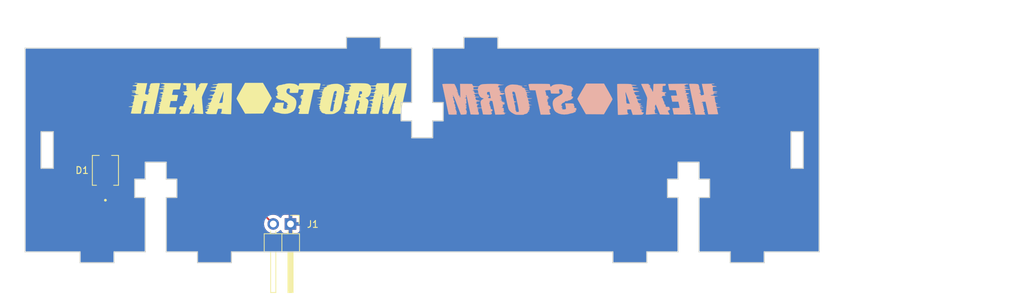
<source format=kicad_pcb>
(kicad_pcb (version 20221018) (generator pcbnew)
  (layers (0 "F.Cu" signal) (31 "B.Cu" signal) (34 "B.Paste" user) (35 "F.Paste" user) (36 "B.SilkS" user "B.Silkscreen") (37 "F.SilkS" user "F.Silkscreen") (38 "B.Mask" user) (39 "F.Mask" user) (44 "Edge.Cuts" user))
  (net 0 "")
  (net 1 "Net-(J1-Pin_1)")
  (net 2 "Net-(J1-Pin_2)")
  (footprint "start-of-scanline-detector:DIO_BPW_34_S-Z" (layer "F.Cu") (at 15.56 73.3555 -90)
    (fp_text reference "D1" (at 0.0025 3.43) (layer "F.SilkS"))
    (fp_text value "BPW_34_S-Z")
    (pad "A" smd rect (at -3.05 0 270) (size 1.4 1.2) (layers "F.Cu") (net 1 "Net-(J1-Pin_1)"))
    (pad "C" smd rect (at 3.05 0 270) (size 1.4 2) (layers "F.Cu") (net 2 "Net-(J1-Pin_2)"))
  )
  (footprint "Connector_PinHeader_2.54mm:PinHeader_1x02_P2.54mm_Horizontal" (layer "F.Cu") (at 42.83 81.258 -90)
    (fp_text reference "J1" (at 0.045 -3.285) (layer "F.SilkS"))
    (fp_text value "Conn_01x02")
    (pad "1" thru_hole rect (at 0 0 270) (size 1.7 1.7) (drill 1) (layers "*.Cu" "*.Mask") (net 1 "Net-(J1-Pin_1)"))
    (pad "2" thru_hole oval (at 0 2.54 270) (size 1.7 1.7) (drill 1) (layers "*.Cu" "*.Mask") (net 2 "Net-(J1-Pin_2)"))
  )
  (footprint "start-of-scanline-detector:hexastorm" (layer "F.Cu") (at 39.43 62.758)
    (fp_text reference "L2" hide)
    (fp_text value "Logo_Open_Hardware_Small" hide)
  )
  (footprint "start-of-scanline-detector:hexastorm" (layer "B.Cu") (at 85.73 62.858 180)
    (fp_text reference "L1" hide)
    (fp_text value "Logo_Open_Hardware_Small" hide)
  )
  (gr_line (start 99.93 77.358) (end 98.38 77.358) (stroke (width 0.16)) (layer "Edge.Cuts"))
  (gr_line (start 63.78 55.358) (end 63.78 63.358) (stroke (width 0.16)) (layer "Edge.Cuts"))
  (gr_line (start 63.78 63.358) (end 65.33 63.358) (stroke (width 0.16)) (layer "Edge.Cuts"))
  (gr_line (start 73.38 55.358) (end 120.73 55.358) (stroke (width 0.16)) (layer "Edge.Cuts"))
  (gr_line (start 6.08 67.658) (end 7.88 67.658) (stroke (width 0.16)) (layer "Edge.Cuts"))
  (gr_line (start 95.33 85.358) (end 95.33 86.958) (stroke (width 0.16)) (layer "Edge.Cuts"))
  (gr_line (start 51.08 55.358) (end 51.08 53.758) (stroke (width 0.16)) (layer "Edge.Cuts"))
  (gr_line (start 24.53 85.358) (end 29.13 85.358) (stroke (width 0.16)) (layer "Edge.Cuts"))
  (gr_line (start 6.08 73.058) (end 6.08 67.658) (stroke (width 0.16)) (layer "Edge.Cuts"))
  (gr_line (start 90.33 86.958) (end 90.33 85.358) (stroke (width 0.16)) (layer "Edge.Cuts"))
  (gr_line (start 118.38 67.658) (end 118.38 73.058) (stroke (width 0.16)) (layer "Edge.Cuts"))
  (gr_line (start 16.83 85.358) (end 21.43 85.358) (stroke (width 0.16)) (layer "Edge.Cuts"))
  (gr_line (start 112.63 85.358) (end 120.73 85.358) (stroke (width 0.16)) (layer "Edge.Cuts"))
  (gr_line (start 24.53 77.358) (end 24.53 85.358) (stroke (width 0.16)) (layer "Edge.Cuts"))
  (gr_line (start 34.13 85.358) (end 90.33 85.358) (stroke (width 0.16)) (layer "Edge.Cuts"))
  (gr_line (start 98.38 74.658) (end 99.93 74.658) (stroke (width 0.16)) (layer "Edge.Cuts"))
  (gr_line (start 95.33 85.358) (end 99.93 85.358) (stroke (width 0.16)) (layer "Edge.Cuts"))
  (gr_line (start 107.63 86.958) (end 107.63 85.358) (stroke (width 0.16)) (layer "Edge.Cuts"))
  (gr_line (start 103.03 72.158) (end 103.03 74.658) (stroke (width 0.16)) (layer "Edge.Cuts"))
  (gr_line (start 56.08 53.758) (end 56.08 55.358) (stroke (width 0.16)) (layer "Edge.Cuts"))
  (gr_line (start 7.88 67.658) (end 7.88 73.058) (stroke (width 0.16)) (layer "Edge.Cuts"))
  (gr_line (start 3.73 85.358) (end 3.73 55.358) (stroke (width 0.16)) (layer "Edge.Cuts"))
  (gr_line (start 29.13 86.958) (end 29.13 85.358) (stroke (width 0.16)) (layer "Edge.Cuts"))
  (gr_line (start 59.13 63.358) (end 60.68 63.358) (stroke (width 0.16)) (layer "Edge.Cuts"))
  (gr_line (start 11.83 86.958) (end 11.83 85.358) (stroke (width 0.16)) (layer "Edge.Cuts"))
  (gr_line (start 59.13 66.058) (end 59.13 63.358) (stroke (width 0.16)) (layer "Edge.Cuts"))
  (gr_line (start 103.03 74.658) (end 104.58 74.658) (stroke (width 0.16)) (layer "Edge.Cuts"))
  (gr_line (start 68.38 53.758) (end 73.38 53.758) (stroke (width 0.16)) (layer "Edge.Cuts"))
  (gr_line (start 65.33 66.058) (end 63.78 66.058) (stroke (width 0.16)) (layer "Edge.Cuts"))
  (gr_line (start 21.43 72.158) (end 24.53 72.158) (stroke (width 0.16)) (layer "Edge.Cuts"))
  (gr_line (start 65.33 63.358) (end 65.33 66.058) (stroke (width 0.16)) (layer "Edge.Cuts"))
  (gr_line (start 99.93 85.358) (end 99.93 77.358) (stroke (width 0.16)) (layer "Edge.Cuts"))
  (gr_line (start 60.68 68.558) (end 60.68 66.058) (stroke (width 0.16)) (layer "Edge.Cuts"))
  (gr_line (start 19.88 77.358) (end 19.88 74.658) (stroke (width 0.16)) (layer "Edge.Cuts"))
  (gr_line (start 120.73 55.358) (end 120.73 85.358) (stroke (width 0.16)) (layer "Edge.Cuts"))
  (gr_line (start 103.03 85.358) (end 107.63 85.358) (stroke (width 0.16)) (layer "Edge.Cuts"))
  (gr_line (start 60.68 63.358) (end 60.68 55.358) (stroke (width 0.16)) (layer "Edge.Cuts"))
  (gr_line (start 118.38 73.058) (end 116.58 73.058) (stroke (width 0.16)) (layer "Edge.Cuts"))
  (gr_line (start 34.13 86.958) (end 29.13 86.958) (stroke (width 0.16)) (layer "Edge.Cuts"))
  (gr_line (start 99.93 72.158) (end 103.03 72.158) (stroke (width 0.16)) (layer "Edge.Cuts"))
  (gr_line (start 21.43 85.358) (end 21.43 77.358) (stroke (width 0.16)) (layer "Edge.Cuts"))
  (gr_line (start 116.58 73.058) (end 116.58 67.658) (stroke (width 0.16)) (layer "Edge.Cuts"))
  (gr_line (start 16.83 85.358) (end 16.83 86.958) (stroke (width 0.16)) (layer "Edge.Cuts"))
  (gr_line (start 26.08 74.658) (end 26.08 77.358) (stroke (width 0.16)) (layer "Edge.Cuts"))
  (gr_line (start 103.03 77.358) (end 103.03 85.358) (stroke (width 0.16)) (layer "Edge.Cuts"))
  (gr_line (start 26.08 77.358) (end 24.53 77.358) (stroke (width 0.16)) (layer "Edge.Cuts"))
  (gr_line (start 112.63 86.958) (end 107.63 86.958) (stroke (width 0.16)) (layer "Edge.Cuts"))
  (gr_line (start 21.43 77.358) (end 19.88 77.358) (stroke (width 0.16)) (layer "Edge.Cuts"))
  (gr_line (start 63.78 55.358) (end 68.38 55.358) (stroke (width 0.16)) (layer "Edge.Cuts"))
  (gr_line (start 7.88 73.058) (end 6.08 73.058) (stroke (width 0.16)) (layer "Edge.Cuts"))
  (gr_line (start 98.38 77.358) (end 98.38 74.658) (stroke (width 0.16)) (layer "Edge.Cuts"))
  (gr_line (start 3.73 85.358) (end 11.83 85.358) (stroke (width 0.16)) (layer "Edge.Cuts"))
  (gr_line (start 99.93 74.658) (end 99.93 72.158) (stroke (width 0.16)) (layer "Edge.Cuts"))
  (gr_line (start 16.83 86.958) (end 11.83 86.958) (stroke (width 0.16)) (layer "Edge.Cuts"))
  (gr_line (start 104.58 74.658) (end 104.58 77.358) (stroke (width 0.16)) (layer "Edge.Cuts"))
  (gr_line (start 51.08 53.758) (end 56.08 53.758) (stroke (width 0.16)) (layer "Edge.Cuts"))
  (gr_line (start 60.68 66.058) (end 59.13 66.058) (stroke (width 0.16)) (layer "Edge.Cuts"))
  (gr_line (start 3.73 55.358) (end 51.08 55.358) (stroke (width 0.16)) (layer "Edge.Cuts"))
  (gr_line (start 68.38 55.358) (end 68.38 53.758) (stroke (width 0.16)) (layer "Edge.Cuts"))
  (gr_line (start 63.78 66.058) (end 63.78 68.558) (stroke (width 0.16)) (layer "Edge.Cuts"))
  (gr_line (start 104.58 77.358) (end 103.03 77.358) (stroke (width 0.16)) (layer "Edge.Cuts"))
  (gr_line (start 56.08 55.358) (end 60.68 55.358) (stroke (width 0.16)) (layer "Edge.Cuts"))
  (gr_line (start 73.38 53.758) (end 73.38 55.358) (stroke (width 0.16)) (layer "Edge.Cuts"))
  (gr_line (start 19.88 74.658) (end 21.43 74.658) (stroke (width 0.16)) (layer "Edge.Cuts"))
  (gr_line (start 63.78 68.558) (end 60.68 68.558) (stroke (width 0.16)) (layer "Edge.Cuts"))
  (gr_line (start 24.53 74.658) (end 26.08 74.658) (stroke (width 0.16)) (layer "Edge.Cuts"))
  (gr_line (start 21.43 74.658) (end 21.43 72.158) (stroke (width 0.16)) (layer "Edge.Cuts"))
  (gr_line (start 34.13 85.358) (end 34.13 86.958) (stroke (width 0.16)) (layer "Edge.Cuts"))
  (gr_line (start 112.63 85.358) (end 112.63 86.958) (stroke (width 0.16)) (layer "Edge.Cuts"))
  (gr_line (start 116.58 67.658) (end 118.38 67.658) (stroke (width 0.16)) (layer "Edge.Cuts"))
  (gr_line (start 24.53 72.158) (end 24.53 74.658) (stroke (width 0.16)) (layer "Edge.Cuts"))
  (gr_line (start 95.33 86.958) (end 90.33 86.958) (stroke (width 0.16)) (layer "Edge.Cuts"))
  (segment (start 15.56 68.728) (end 18.53 65.758) (width 0.25) (layer "F.Cu") (net 1))
  (segment (start 31.13 65.758) (end 31.88 66.508) (width 0.25) (layer "F.Cu") (net 1))
  (segment (start 18.53 65.758) (end 31.13 65.758) (width 0.25) (layer "F.Cu") (net 1))
  (segment (start 42.83 81.258) (end 42.83 77.458) (width 0.25) (layer "F.Cu") (net 1))
  (segment (start 15.56 70.3055) (end 15.56 68.728) (width 0.25) (layer "F.Cu") (net 1))
  (segment (start 42.83 77.458) (end 31.88 66.508) (width 0.25) (layer "F.Cu") (net 1))
  (segment (start 20.73 69.858) (end 28.89 69.858) (width 0.25) (layer "F.Cu") (net 2))
  (segment (start 15.56 76.4055) (end 15.56 75.028) (width 0.25) (layer "F.Cu") (net 2))
  (segment (start 28.89 69.858) (end 40.29 81.258) (width 0.25) (layer "F.Cu") (net 2))
  (segment (start 15.56 75.028) (end 20.73 69.858) (width 0.25) (layer "F.Cu") (net 2))
  (zone (net 1) (net_name "Net-(J1-Pin_1)") (layers "F&B.Cu") (connect_pads (clearance 0.508)) (min_thickness 0.254) (fill yes (thermal_gap 0.508) (thermal_bridge_width 0.508))
    (polygon (pts (xy 2.63 89.258) (xy 1.93 52.258) (xy 126.63 53.558) (xy 130.13 92.058) (xy 55.73 91.558)))
  )
)
</source>
